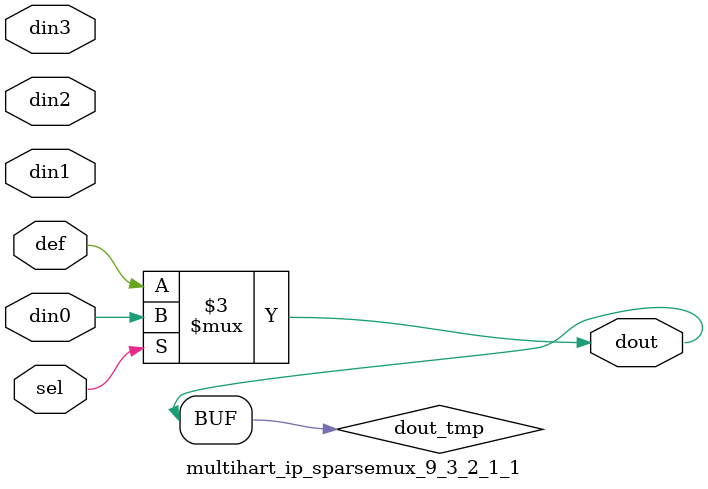
<source format=v>
`timescale 1ns / 1ps

module multihart_ip_sparsemux_9_3_2_1_1 (din0,din1,din2,din3,def,sel,dout);

parameter din0_WIDTH = 1;

parameter din1_WIDTH = 1;

parameter din2_WIDTH = 1;

parameter din3_WIDTH = 1;

parameter def_WIDTH = 1;
parameter sel_WIDTH = 1;
parameter dout_WIDTH = 1;

parameter [sel_WIDTH-1:0] CASE0 = 1;

parameter [sel_WIDTH-1:0] CASE1 = 1;

parameter [sel_WIDTH-1:0] CASE2 = 1;

parameter [sel_WIDTH-1:0] CASE3 = 1;

parameter ID = 1;
parameter NUM_STAGE = 1;



input [din0_WIDTH-1:0] din0;

input [din1_WIDTH-1:0] din1;

input [din2_WIDTH-1:0] din2;

input [din3_WIDTH-1:0] din3;

input [def_WIDTH-1:0] def;
input [sel_WIDTH-1:0] sel;

output [dout_WIDTH-1:0] dout;



reg [dout_WIDTH-1:0] dout_tmp;


always @ (*) begin
(* parallel_case *) case (sel)
    
    CASE0 : dout_tmp = din0;
    
    CASE1 : dout_tmp = din1;
    
    CASE2 : dout_tmp = din2;
    
    CASE3 : dout_tmp = din3;
    
    default : dout_tmp = def;
endcase
end


assign dout = dout_tmp;



endmodule

</source>
